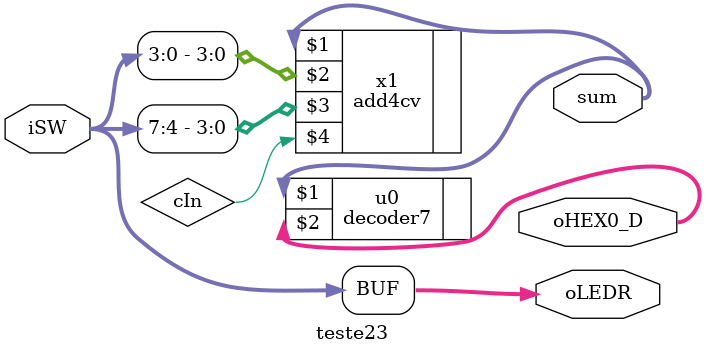
<source format=v>
/* teste.v */

/****************************************
*    UnB - OAC - Prof. Marcus Lamar      *
*    Laboratório 1  Parte B  - DE-2 70   *
*    Exemplo 1                           *
*************************************** */

// Este exemplo visa apresentar as facilidades de IO
// da plataforma de desenvolvimento Altera - DE2 70


module teste23 (
	//input iCLK_50,
	input [7:0] iSW, 
	//input [3:0] iKEY,
	output [7:0] oLEDR, 
	//output [8:0] oLEDG,
	//output [6:0] oHEX0_D, oHEX1_D, oHEX2_D, oHEX3_D,
	//output oHEX0_DP, oHEX1_DP, oHEX2_DP, oHEX3_DP );
	output [6:0] oHEX0_D ,
	output [3:0] sum 
	);
	wire cIn;

	assign oLEDR = iSW;
	//assign oLEDG[0] = iKEY[0];
	//assign oLEDG[1] = ~iKEY[0];
	//assign oLEDG[2] = iKEY[1];
	//assign oLEDG[3] = ~iKEY[1];
	//assign oLEDG[4] = iKEY[2];
	//assign oLEDG[5] = ~iKEY[2];

	//assign oHEX0_DP=1'b1;
	//assign oHEX1_DP=1'b1;
	//assign oHEX2_DP=1'b1;
	//assign oHEX3_DP=1'b1;

	//xor x1 (oLEDG[6],iSW[17],iSW[16]); // Exemplo de uso de porta lógica
	//assign oLEDG[7]=iSW[17]^iSW[16];
	add4cv x1 (sum[3:0], iSW[3:0], iSW[7:4], cIn);	
	//decoder7 u0 (.In(iSW[3:0]),  .Out(oHEX0_D), .Clk(iCLK_50));
	//decoder7 u1 (.In(iSW[7:4]),  .Out(oHEX1_D), .Clk(iCLK_50));
	//decoder7 u2 (.In(iSW[11:8]), .Out(oHEX2_D), .Clk(iCLK_50));
	//decoder7 u3 (.In(iSW[15:12]),.Out(oHEX3_D), .Clk(iCLK_50));
	decoder7 u0 (sum[3:0], oHEX0_D[6:0]);
endmodule

</source>
